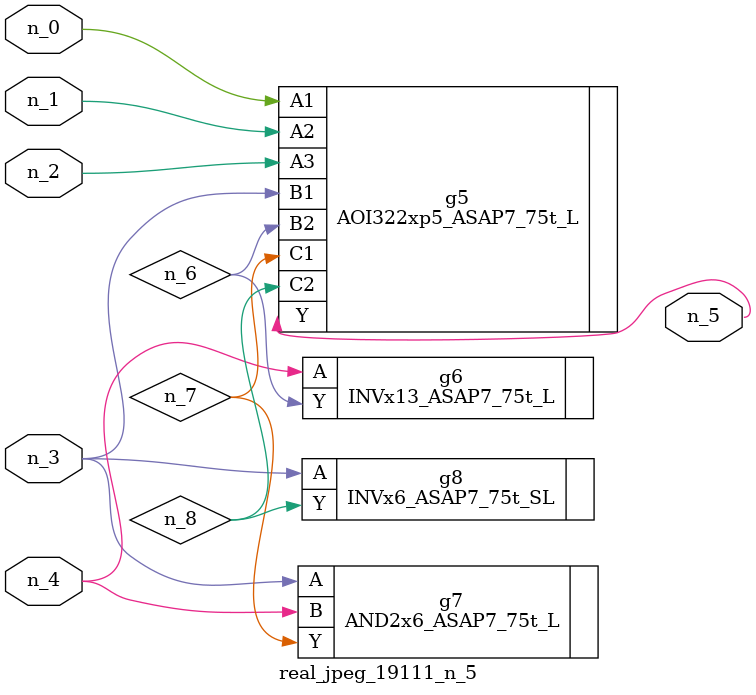
<source format=v>
module real_jpeg_19111_n_5 (n_4, n_0, n_1, n_2, n_3, n_5);

input n_4;
input n_0;
input n_1;
input n_2;
input n_3;

output n_5;

wire n_8;
wire n_6;
wire n_7;

AOI322xp5_ASAP7_75t_L g5 ( 
.A1(n_0),
.A2(n_1),
.A3(n_2),
.B1(n_3),
.B2(n_6),
.C1(n_7),
.C2(n_8),
.Y(n_5)
);

AND2x6_ASAP7_75t_L g7 ( 
.A(n_3),
.B(n_4),
.Y(n_7)
);

INVx6_ASAP7_75t_SL g8 ( 
.A(n_3),
.Y(n_8)
);

INVx13_ASAP7_75t_L g6 ( 
.A(n_4),
.Y(n_6)
);


endmodule
</source>
